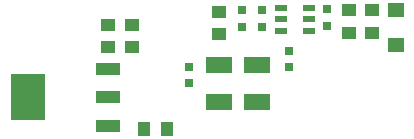
<source format=gbp>
%FSLAX25Y25*%
%MOIN*%
G70*
G01*
G75*
G04 Layer_Color=128*
%ADD10R,0.07087X0.14173*%
%ADD11R,0.03937X0.04724*%
%ADD12R,0.06299X0.13780*%
%ADD13O,0.07874X0.02400*%
%ADD14O,0.07874X0.02402*%
%ADD15R,0.03465X0.05000*%
%ADD16R,0.05512X0.04724*%
%ADD17R,0.04724X0.03937*%
%ADD18R,0.05118X0.07480*%
%ADD19R,0.04724X0.03150*%
%ADD20R,0.08268X0.07874*%
%ADD21R,0.03150X0.03150*%
%ADD22R,0.06299X0.03937*%
%ADD23R,0.20079X0.18898*%
%ADD24R,0.11811X0.03937*%
%ADD25R,0.01575X0.07874*%
%ADD26R,0.03937X0.01575*%
%ADD27O,0.10000X0.02400*%
%ADD28O,0.10000X0.02402*%
%ADD29R,0.12205X0.06102*%
%ADD30C,0.02000*%
%ADD31C,0.02500*%
%ADD32C,0.03000*%
%ADD33C,0.02362*%
%ADD34C,0.05000*%
%ADD35C,0.03500*%
%ADD36C,0.02200*%
%ADD37C,0.01000*%
%ADD38C,0.04000*%
%ADD39C,0.07000*%
%ADD40C,0.02400*%
%ADD41C,0.06000*%
%ADD42C,0.04500*%
%ADD43C,0.05906*%
%ADD44R,0.05906X0.05906*%
%ADD45C,0.19685*%
%ADD46C,0.07874*%
%ADD47R,0.07874X0.07874*%
%ADD48C,0.00787*%
%ADD49C,0.07480*%
%ADD50R,0.07480X0.07480*%
%ADD51C,0.03543*%
%ADD52R,0.09055X0.05512*%
%ADD53R,0.07874X0.03937*%
%ADD54R,0.11811X0.15748*%
%ADD55R,0.03937X0.02362*%
%ADD56C,0.00787*%
%ADD57C,0.01969*%
%ADD58C,0.01575*%
%ADD59C,0.01181*%
%ADD60C,0.00394*%
D11*
X128150Y6693D02*
D03*
X135630D02*
D03*
D16*
X212008Y34646D02*
D03*
Y46063D02*
D03*
D17*
X204134Y38583D02*
D03*
Y46063D02*
D03*
X116142Y33858D02*
D03*
Y41339D02*
D03*
X124016Y33858D02*
D03*
Y41339D02*
D03*
X153150Y45669D02*
D03*
Y38189D02*
D03*
X196260Y38583D02*
D03*
Y46063D02*
D03*
D21*
X160630Y46063D02*
D03*
Y40551D02*
D03*
X167323Y40551D02*
D03*
Y46063D02*
D03*
X188976Y40945D02*
D03*
Y46457D02*
D03*
X143110Y27362D02*
D03*
Y21850D02*
D03*
X176378Y32677D02*
D03*
Y27165D02*
D03*
D52*
X165748Y27756D02*
D03*
Y15551D02*
D03*
X152953Y27756D02*
D03*
Y15551D02*
D03*
D53*
X116142Y26575D02*
D03*
Y17126D02*
D03*
Y7677D02*
D03*
D54*
X89234Y17126D02*
D03*
D55*
X173622Y39370D02*
D03*
Y43110D02*
D03*
Y46850D02*
D03*
X183071D02*
D03*
Y43110D02*
D03*
Y39370D02*
D03*
M02*

</source>
